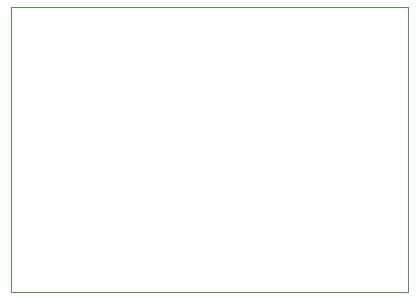
<source format=gbr>
%TF.GenerationSoftware,KiCad,Pcbnew,(6.0.2)*%
%TF.CreationDate,2022-03-22T11:58:14+02:00*%
%TF.ProjectId,kechengzhang20200322,6b656368-656e-4677-9a68-616e67323032,rev?*%
%TF.SameCoordinates,Original*%
%TF.FileFunction,Profile,NP*%
%FSLAX46Y46*%
G04 Gerber Fmt 4.6, Leading zero omitted, Abs format (unit mm)*
G04 Created by KiCad (PCBNEW (6.0.2)) date 2022-03-22 11:58:14*
%MOMM*%
%LPD*%
G01*
G04 APERTURE LIST*
%TA.AperFunction,Profile*%
%ADD10C,0.100000*%
%TD*%
G04 APERTURE END LIST*
D10*
X130175000Y-33655000D02*
X130175000Y-57785000D01*
X96520000Y-33655000D02*
X130175000Y-33655000D01*
X96520000Y-57785000D02*
X96520000Y-33655000D01*
X130175000Y-57785000D02*
X96520000Y-57785000D01*
M02*

</source>
